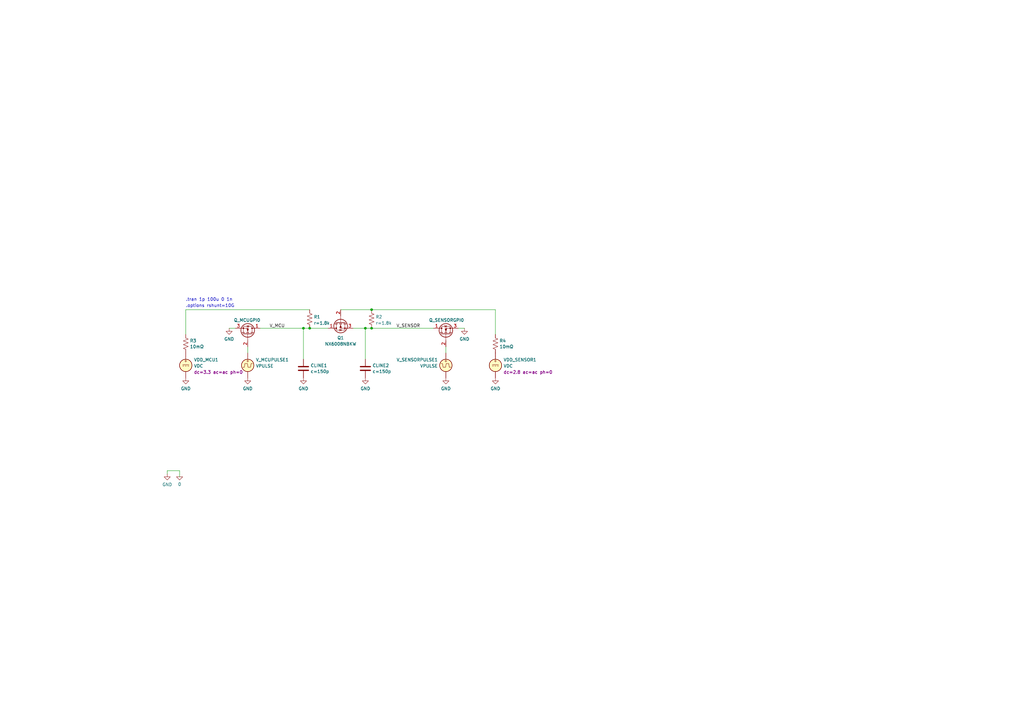
<source format=kicad_sch>
(kicad_sch (version 20230121) (generator eeschema)
  (paper "A3")
  (title_block (title "I^{2}C Level Shifting Simulation") (company "Pete Restall <pete@restall.net>"))
  (lib_symbols
    (symbol "Simulation_SPICE:VDC" (pin_numbers hide) (pin_names (offset 0.0254))
      (property "Reference" "V" (at 2.54 2.54 0))
      (property "Value" "VDC" (at 2.54 0 0))
      (property "Spice_Model" "dc(1)" (at 2.54 -2.54 0))
      (symbol "VDC_0_0"
        (polyline (pts (xy -1.27 0.254) (xy 1.27 0.254)))
        (polyline (pts (xy -0.762 -0.254) (xy -1.27 -0.254)))
        (polyline (pts (xy 0.254 -0.254) (xy -0.254 -0.254)))
        (polyline (pts (xy 1.27 -0.254) (xy 0.762 -0.254)))
        (text "+" (at 0 1.905 0) (effects (font (size 1.27 1.27))))
      )
      (symbol "VDC_0_1"
        (circle (center 0 0) (radius 2.54) (stroke (width 0.254)) (fill (type background)))
      )
      (symbol "VDC_1_1"
        (pin passive line (at 0 5.08 270) (length 2.54) (name "~") (number "1"))
        (pin passive line (at 0 -5.08 90) (length 2.54) (name "~") (number "2"))
      )
    )
    (symbol "Simulation_SPICE:VPULSE" (pin_numbers hide) (pin_names (offset 0.0254))
      (property "Reference" "V" (at 2.54 2.54 0))
      (property "Value" "VPULSE" (at 2.54 0 0))
      (property "Spice_Model" "pulse(0 1 2n 2n 2n 50n 100n)" (at 2.54 -2.54 0))
      (symbol "VPULSE_0_0"
        (polyline (pts (xy -2.032 -0.762) (xy -1.397 -0.762) (xy -1.143 0.762) (xy -0.127 0.762) (xy 0.127 -0.762) (xy 1.143 -0.762) (xy 1.397 0.762) (xy 2.032 0.762)))
        (text "+" (at 0 1.905 0) (effects (font (size 1.27 1.27))))
      )
      (symbol "VPULSE_0_1"
        (circle (center 0 0) (radius 2.54) (stroke (width 0.254)) (fill (type background)))
      )
      (symbol "VPULSE_1_1"
        (pin passive line (at 0 5.08 270) (length 2.54) (name "~") (number "1"))
        (pin passive line (at 0 -5.08 90) (length 2.54) (name "~") (number "2"))
      )
    )
    (symbol "power:GND" (power) (pin_names (offset 0))
      (property "Value" "GND" (at 0 -3.81 0))
      (symbol "GND_0_1"
        (polyline (pts (xy 0 0) (xy 0 -1.27) (xy 1.27 -1.27) (xy 0 -2.54) (xy -1.27 -1.27) (xy 0 -1.27)))
      )
      (symbol "GND_1_1"
        (pin power_in line (at 0 0 270) (length 0) hide (name "GND") (number "1"))
      )
    )
    (symbol "pspice:0" (power) (pin_names (offset 0))
      (property "Value" "0" (at 0 -1.778 0))
      (symbol "0_0_1"
        (polyline (pts (xy -1.27 0) (xy 0 -1.27) (xy 1.27 0) (xy -1.27 0)))
      )
      (symbol "0_1_1"
        (pin power_in line (at 0 0 0) (length 0) hide (name "0") (number "1"))
      )
    )
    (symbol "restall-generic-capacitors:capacitor-unpolarised" (pin_numbers hide) (pin_names (offset 0.254))
      (property "Reference" "C" (at 3.302 2.54 0))
      (property "Value" "capacitor-unpolarised" (at 3.302 0.762 0))
      (symbol "capacitor-unpolarised_0_1"
        (polyline (pts (xy -2.032 -0.762) (xy 2.032 -0.762)) (stroke (width 0.508)))
        (polyline (pts (xy -2.032 0.762) (xy 2.032 0.762)) (stroke (width 0.508)))
      )
      (symbol "capacitor-unpolarised_1_1"
        (pin passive line (at 0 3.81 270) (length 2.794) (name "~") (number "1"))
        (pin passive line (at 0 -3.81 90) (length 2.794) (name "~") (number "2"))
      )
    )
    (symbol "restall-generic-resistors:resistor" (pin_numbers hide) (pin_names (offset 0))
      (property "Reference" "R" (at 1.778 2.032 0))
      (property "Value" "resistor" (at 1.778 0.508 0))
      (symbol "resistor_0_1"
        (polyline (pts (xy 0 -2.286) (xy 0 -2.54)))
        (polyline (pts (xy 0 2.286) (xy 0 2.54)))
        (polyline (pts (xy 0 -0.762) (xy 1.016 -1.143) (xy 0 -1.524) (xy -1.016 -1.905) (xy 0 -2.286)))
        (polyline (pts (xy 0 0.762) (xy 1.016 0.381) (xy 0 0) (xy -1.016 -0.381) (xy 0 -0.762)))
        (polyline (pts (xy 0 2.286) (xy 1.016 1.905) (xy 0 1.524) (xy -1.016 1.143) (xy 0 0.762)))
      )
      (symbol "resistor_1_1"
        (pin passive line (at 0 3.81 270) (length 1.27) (name "~") (number "1"))
        (pin passive line (at 0 -3.81 90) (length 1.27) (name "~") (number "2"))
      )
    )
    (symbol "restall-generic-transistors:q-mosfet-nmos-dgs" (pin_names (offset 0) hide)
      (property "Reference" "Q" (at 5.08 1.27 0))
      (property "Value" "q-mosfet-nmos-dgs" (at 5.08 -1.27 0))
      (symbol "q-mosfet-nmos-dgs_0_1"
        (polyline (pts (xy 0.254 0) (xy -2.54 0)))
        (polyline (pts (xy 0.254 1.905) (xy 0.254 -1.905)) (stroke (width 0.254)))
        (polyline (pts (xy 0.762 -1.27) (xy 0.762 -2.286)) (stroke (width 0.254)))
        (polyline (pts (xy 0.762 0.508) (xy 0.762 -0.508)) (stroke (width 0.254)))
        (polyline (pts (xy 0.762 2.286) (xy 0.762 1.27)) (stroke (width 0.254)))
        (polyline (pts (xy 2.54 2.54) (xy 2.54 1.778)))
        (polyline (pts (xy 2.54 -2.54) (xy 2.54 0) (xy 0.762 0)))
        (polyline (pts (xy 0.762 1.778) (xy 3.302 1.778) (xy 3.302 -1.778) (xy 0.762 -1.778)))
        (polyline (pts (xy 1.27 0) (xy 2.286 0.381) (xy 2.286 -0.381) (xy 1.27 0)) (fill (type outline)))
        (polyline (pts (xy 3.302 0.381) (xy 3.683 -0.254) (xy 2.921 -0.254) (xy 3.302 0.381)))
        (polyline (pts (xy 3.81 0.508) (xy 3.683 0.381) (xy 2.921 0.381) (xy 2.794 0.254)))
        (circle (center 1.651 0) (radius 2.794) (stroke (width 0.254)))
        (circle (center 2.54 -1.778) (radius 0.254) (fill (type outline)))
        (circle (center 2.54 1.778) (radius 0.254) (fill (type outline)))
      )
      (symbol "q-mosfet-nmos-dgs_1_1"
        (pin passive line (at 2.54 5.08 270) (length 2.54) (name "D") (number "1"))
        (pin input line (at -5.08 0 0) (length 2.54) (name "G") (number "2"))
        (pin passive line (at 2.54 -5.08 90) (length 2.54) (name "S") (number "3"))
      )
    )
  )
  (junction (at 149.86 134.62))
  (junction (at 124.46 134.62))
  (junction (at 152.4 134.62))
  (junction (at 152.4 127))
  (junction (at 127 134.62))
  (wire (pts (xy 134.62 134.62) (xy 127 134.62)))
  (wire (pts (xy 124.46 134.62) (xy 127 134.62)))
  (wire (pts (xy 152.4 134.62) (xy 177.8 134.62)))
  (wire (pts (xy 93.98 134.62) (xy 96.52 134.62)))
  (wire (pts (xy 149.86 134.62) (xy 149.86 147.32)))
  (wire (pts (xy 139.7 127) (xy 152.4 127)))
  (wire (pts (xy 203.2 127) (xy 203.2 137.16)))
  (wire (pts (xy 182.88 142.24) (xy 182.88 144.78)))
  (wire (pts (xy 73.66 195.58) (xy 73.66 193.04)))
  (wire (pts (xy 152.4 127) (xy 203.2 127)))
  (wire (pts (xy 101.6 142.24) (xy 101.6 144.78)))
  (wire (pts (xy 124.46 134.62) (xy 124.46 147.32)))
  (wire (pts (xy 73.66 193.04) (xy 68.58 193.04)))
  (wire (pts (xy 190.5 134.62) (xy 187.96 134.62)))
  (wire (pts (xy 149.86 134.62) (xy 152.4 134.62)))
  (wire (pts (xy 76.2 127) (xy 76.2 137.16)))
  (wire (pts (xy 68.58 193.04) (xy 68.58 194.31)))
  (wire (pts (xy 106.68 134.62) (xy 124.46 134.62)))
  (wire (pts (xy 76.2 127) (xy 127 127)))
  (wire (pts (xy 144.78 134.62) (xy 149.86 134.62)))
  (text ".options rshunt=10G" (at 76.2 126.238 0) (effects (font (size 1.27 1.27)) (justify left bottom)))
  (text ".tran 1p 100u 0 1n" (at 76.2 123.698 0) (effects (font (size 1.27 1.27)) (justify left bottom)))
  (label "V_MCU" (at 116.84 134.62 180))
  (label "V_SENSOR" (at 162.56 134.62 0))
  (symbol (lib_id "power:GND") (at 203.2 154.94 0) (unit 1)
    (property "Reference" "#PWR0105" (effects hide))
    (property "Value" "GND" (at 203.2 159.3834 0))
  )
  (symbol (lib_id "restall-generic-transistors:q-mosfet-nmos-dgs") (at 182.88 137.16 90) (unit 1)
    (property "Reference" "Q_SENSORGPI0" (at 183.134 131.318 90))
    (property "Value" "NX6008NBKW" (effects hide))
    (property "Sim.Library" "NX6008NBKW.lib" (effects hide))
    (property "Sim.Name" "NX6008NBKW" (effects hide))
    (property "Sim.Pins" "1=D 2=G 3=S" (effects hide))
  )
  (symbol (lib_id "power:GND") (at 68.58 194.31 0) (unit 1)
    (property "Reference" "#PWR01" (effects hide))
    (property "Value" "GND" (at 68.58 198.7534 0))
  )
  (symbol (lib_id "restall-generic-resistors:resistor") (at 76.2 140.97 0) (unit 1)
    (property "Reference" "R3" (at 77.851 139.7579 0) (effects (justify left)))
    (property "Value" "10mΩ" (at 77.851 142.1821 0) (effects (justify left)))
    (property "Footprint" "restall-generic-resistors:nominal-0402-1005" (effects hide))
    (property "Label" "???kΩ±1% ???W" (effects hide))
    (property "Tolerance" "±1%" (effects hide))
    (property "PowerRating" "0.0625W" (effects hide))
    (property "TemperatureCoefficient" "±100ppm" (effects hide))
    (property "Construction" "Thick Film" (effects hide))
    (property "Package" "0402" (effects hide))
    (property "Sim.Device" "R" (effects hide))
    (property "Sim.Params" "r=10m" (effects hide))
    (property "Sim.Pins" "1=+ 2=-" (effects hide))
  )
  (symbol (lib_id "power:GND") (at 190.5 134.62 0) (mirror y) (unit 1)
    (property "Reference" "#PWR0103" (effects hide))
    (property "Value" "GND" (at 190.5 139.0634 0))
  )
  (symbol (lib_id "Simulation_SPICE:VDC") (at 76.2 149.86 0) (unit 1)
    (property "Reference" "VDD_MCU1" (at 79.502 147.5671 0) (effects (justify left)))
    (property "Value" "VDC" (at 79.502 150.104 0) (effects (justify left)))
    (property "Sim.Device" "V" (effects hide))
    (property "Sim.Type" "DC" (effects hide))
    (property "Sim.Params" "dc=3.3 ac=ac ph=0" (at 79.502 152.6409 0) (effects (justify left)))
    (property "Sim.Pins" "1=+ 2=-" (effects hide))
  )
  (symbol (lib_id "Simulation_SPICE:VDC") (at 203.2 149.86 0) (unit 1)
    (property "Reference" "VDD_SENSOR1" (at 206.502 147.5671 0) (effects (justify left)))
    (property "Value" "VDC" (at 206.502 150.104 0) (effects (justify left)))
    (property "Sim.Device" "V" (effects hide))
    (property "Sim.Type" "DC" (effects hide))
    (property "Sim.Params" "dc=2.8 ac=ac ph=0" (at 206.502 152.6409 0) (effects (justify left)))
    (property "Sim.Pins" "1=+ 2=-" (effects hide))
  )
  (symbol (lib_id "restall-generic-transistors:q-mosfet-nmos-dgs") (at 101.6 137.16 270) (mirror x) (unit 1)
    (property "Reference" "Q_MCUGPI0" (at 101.346 131.318 90))
    (property "Value" "NX6008NBKW" (effects hide))
    (property "Sim.Library" "NX6008NBKW.lib" (effects hide))
    (property "Sim.Name" "NX6008NBKW" (effects hide))
    (property "Sim.Pins" "1=D 2=G 3=S" (effects hide))
  )
  (symbol (lib_id "restall-generic-transistors:q-mosfet-nmos-dgs") (at 139.7 132.08 90) (mirror x) (unit 1)
    (property "Reference" "Q1" (at 139.7 138.5554 90))
    (property "Value" "NX6008NBKW" (at 139.7 141.0923 90))
    (property "Sim.Library" "NX6008NBKW.lib" (effects hide))
    (property "Sim.Name" "NX6008NBKW" (effects hide))
    (property "Sim.Pins" "1=D 2=G 3=S" (effects hide))
  )
  (symbol (lib_id "restall-generic-resistors:resistor") (at 152.4 130.81 0) (unit 1)
    (property "Reference" "R2" (at 154.051 129.9753 0) (effects (justify left)))
    (property "Value" "${SIM.PARAMS}" (at 154.051 132.5122 0) (effects (justify left)))
    (property "Footprint" "restall-generic-resistors:nominal-0402-1005" (effects hide))
    (property "Label" "???kΩ±1% ???W" (effects hide))
    (property "Tolerance" "±1%" (effects hide))
    (property "PowerRating" "0.0625W" (effects hide))
    (property "TemperatureCoefficient" "±100ppm" (effects hide))
    (property "Construction" "Thick Film" (effects hide))
    (property "Package" "0402" (effects hide))
    (property "Sim.Device" "R" (effects hide))
    (property "Sim.Params" "r=1.8k" (effects hide))
    (property "Sim.Pins" "1=+ 2=-" (effects hide))
    (property "Sim.Type" "=" (effects hide))
  )
  (symbol (lib_id "power:GND") (at 149.86 154.94 0) (unit 1)
    (property "Reference" "#PWR03" (effects hide))
    (property "Value" "GND" (at 149.86 159.3834 0))
  )
  (symbol (lib_id "power:GND") (at 76.2 154.94 0) (unit 1)
    (property "Reference" "#PWR0102" (effects hide))
    (property "Value" "GND" (at 76.2 159.3834 0))
  )
  (symbol (lib_id "Simulation_SPICE:VPULSE") (at 182.88 149.86 0) (mirror y) (unit 1)
    (property "Reference" "V_SENSORPULSE1" (at 179.578 147.5671 0) (effects (justify left)))
    (property "Value" "VPULSE" (at 179.578 150.104 0) (effects (justify left)))
    (property "Sim.Device" "V" (effects hide))
    (property "Sim.Type" "PULSE" (effects hide))
    (property "Sim.Params" "y1=0 y2=3.3 td=0n tr=3n tf=3n tw=1003n per=2u np=12" (effects hide))
    (property "Sim.Pins" "1=+ 2=-" (effects hide))
  )
  (symbol (lib_id "Simulation_SPICE:VPULSE") (at 101.6 149.86 0) (unit 1)
    (property "Reference" "V_MCUPULSE1" (at 104.902 147.5671 0) (effects (justify left)))
    (property "Value" "VPULSE" (at 104.902 150.104 0) (effects (justify left)))
    (property "Sim.Device" "V" (effects hide))
    (property "Sim.Type" "PULSE" (effects hide))
    (property "Sim.Params" "y1=0 y2=3.3 td=25u tr=3n tf=3n tw=1003n per=2u" (effects hide))
    (property "Sim.Pins" "1=+ 2=-" (effects hide))
  )
  (symbol (lib_id "power:GND") (at 101.6 154.94 0) (unit 1)
    (property "Reference" "#PWR0101" (effects hide))
    (property "Value" "GND" (at 101.6 159.3834 0))
  )
  (symbol (lib_id "restall-generic-resistors:resistor") (at 127 130.81 0) (unit 1)
    (property "Reference" "R1" (at 128.651 129.9753 0) (effects (justify left)))
    (property "Value" "${SIM.PARAMS}" (at 128.651 132.5122 0) (effects (justify left)))
    (property "Footprint" "restall-generic-resistors:nominal-0402-1005" (effects hide))
    (property "Label" "???kΩ±1% ???W" (effects hide))
    (property "Tolerance" "±1%" (effects hide))
    (property "PowerRating" "0.0625W" (effects hide))
    (property "TemperatureCoefficient" "±100ppm" (effects hide))
    (property "Construction" "Thick Film" (effects hide))
    (property "Package" "0402" (effects hide))
    (property "Sim.Device" "R" (effects hide))
    (property "Sim.Params" "r=1.8k" (effects hide))
    (property "Sim.Pins" "1=+ 2=-" (effects hide))
    (property "Sim.Type" "=" (effects hide))
  )
  (symbol (lib_id "pspice:0") (at 73.66 195.58 0) (unit 1)
    (property "Reference" "#GND0101" (effects hide))
    (property "Value" "0" (at 73.66 198.628 0))
  )
  (symbol (lib_id "power:GND") (at 124.46 154.94 0) (unit 1)
    (property "Reference" "#PWR02" (effects hide))
    (property "Value" "GND" (at 124.46 159.3834 0))
  )
  (symbol (lib_id "restall-generic-capacitors:capacitor-unpolarised") (at 124.46 151.13 0) (unit 1)
    (property "Reference" "CLINE1" (at 127.381 149.9179 0) (effects (justify left)))
    (property "Value" "${SIM.PARAMS}" (at 127.381 152.3421 0) (effects (justify left)))
    (property "Footprint" "restall-generic-capacitors:unpolarised-nominal-0402-1005" (effects hide))
    (property "Label" "??μF±10% 10V X7R" (effects hide))
    (property "Tolerance" "±10%" (effects hide))
    (property "VoltageRating" "10V" (effects hide))
    (property "TemperatureCoefficient" "X7R" (effects hide))
    (property "Dielectric" "MLCC" (effects hide))
    (property "Package" "0402" (effects hide))
    (property "Sim.Device" "C" (effects hide))
    (property "Sim.Type" "=" (effects hide))
    (property "Sim.Params" "c=150p" (effects hide))
    (property "Sim.Pins" "1=+ 2=-" (effects hide))
  )
  (symbol (lib_id "power:GND") (at 182.88 154.94 0) (mirror y) (unit 1)
    (property "Reference" "#PWR0104" (effects hide))
    (property "Value" "GND" (at 182.88 159.3834 0))
  )
  (symbol (lib_id "restall-generic-capacitors:capacitor-unpolarised") (at 149.86 151.13 0) (unit 1)
    (property "Reference" "CLINE2" (at 152.781 149.9179 0) (effects (justify left)))
    (property "Value" "${SIM.PARAMS}" (at 152.781 152.3421 0) (effects (justify left)))
    (property "Footprint" "restall-generic-capacitors:unpolarised-nominal-0402-1005" (effects hide))
    (property "Label" "??μF±10% 10V X7R" (effects hide))
    (property "Tolerance" "±10%" (effects hide))
    (property "VoltageRating" "10V" (effects hide))
    (property "TemperatureCoefficient" "X7R" (effects hide))
    (property "Dielectric" "MLCC" (effects hide))
    (property "Package" "0402" (effects hide))
    (property "Sim.Device" "C" (effects hide))
    (property "Sim.Type" "=" (effects hide))
    (property "Sim.Params" "c=150p" (effects hide))
    (property "Sim.Pins" "1=+ 2=-" (effects hide))
  )
  (symbol (lib_id "power:GND") (at 93.98 134.62 0) (unit 1)
    (property "Reference" "#PWR0106" (effects hide))
    (property "Value" "GND" (at 93.98 139.0634 0))
  )
  (symbol (lib_id "restall-generic-resistors:resistor") (at 203.2 140.97 0) (unit 1)
    (property "Reference" "R4" (at 204.851 139.7579 0) (effects (justify left)))
    (property "Value" "10mΩ" (at 204.851 142.1821 0) (effects (justify left)))
    (property "Footprint" "restall-generic-resistors:nominal-0402-1005" (effects hide))
    (property "Label" "???kΩ±1% ???W" (effects hide))
    (property "Tolerance" "±1%" (effects hide))
    (property "PowerRating" "0.0625W" (effects hide))
    (property "TemperatureCoefficient" "±100ppm" (effects hide))
    (property "Construction" "Thick Film" (effects hide))
    (property "Package" "0402" (effects hide))
    (property "Sim.Device" "R" (effects hide))
    (property "Sim.Params" "r=10m" (effects hide))
    (property "Sim.Pins" "1=+ 2=-" (effects hide))
  )
)
</source>
